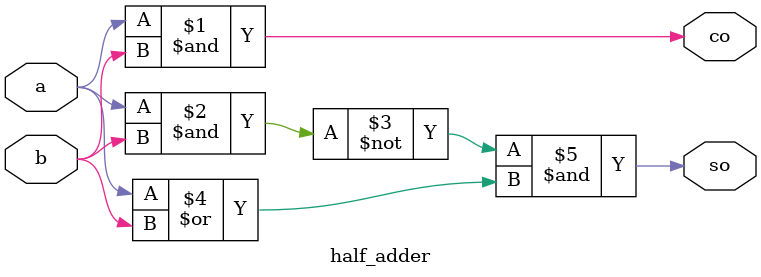
<source format=v>
module half_adder(a, b, so, co);
    input a, b;
    output so, co;

    assign co = a & b;
    assign so = ~(a & b) & (a | b);
endmodule

</source>
